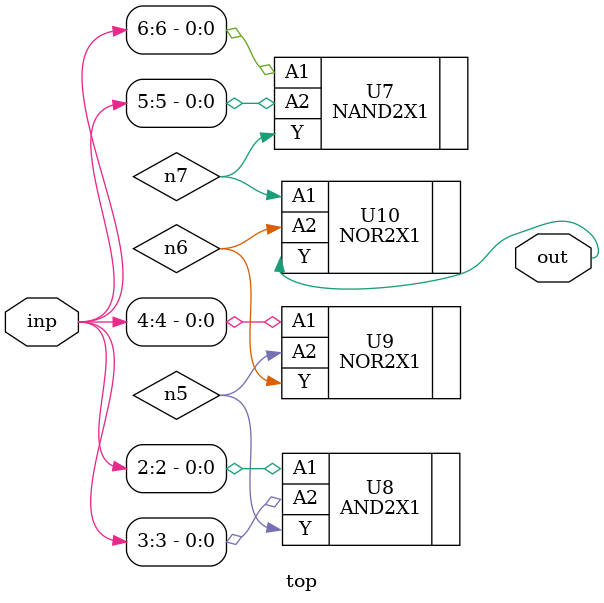
<source format=sv>


module top ( inp, out );
  input [6:0] inp;
  output out;
  wire   n5, n6, n7;

  NAND2X1 U7 ( .A1(inp[6]), .A2(inp[5]), .Y(n7) );
  AND2X1 U8 ( .A1(inp[2]), .A2(inp[3]), .Y(n5) );
  NOR2X1 U9 ( .A1(inp[4]), .A2(n5), .Y(n6) );
  NOR2X1 U10 ( .A1(n7), .A2(n6), .Y(out) );
endmodule


</source>
